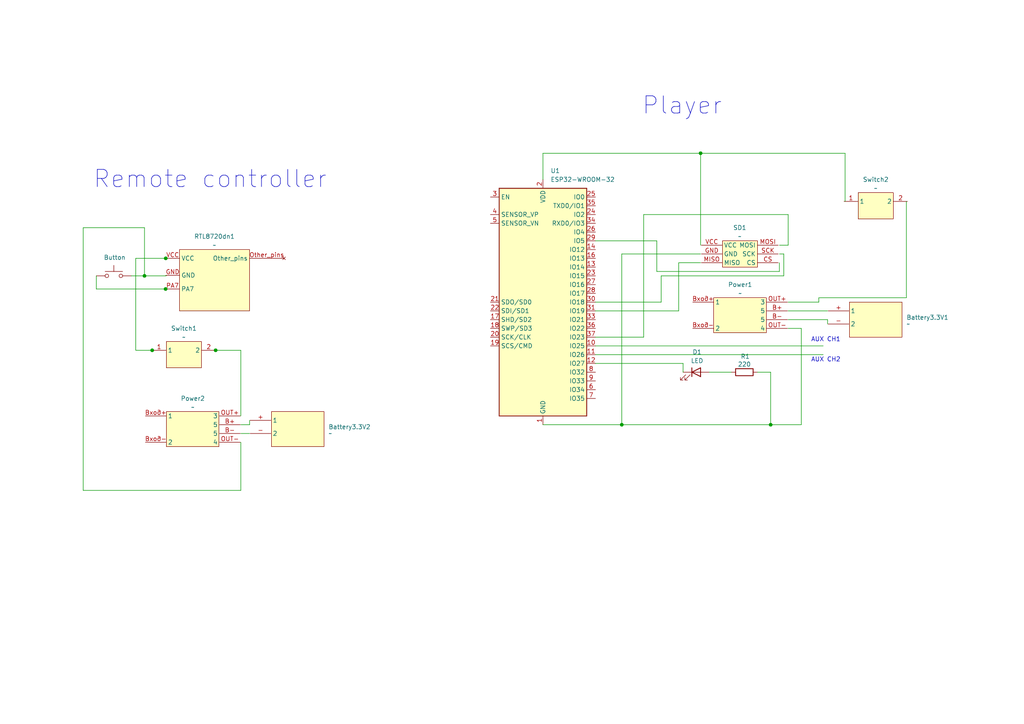
<source format=kicad_sch>
(kicad_sch (version 20231120) (generator "eeschema") (generator_version "8.0")
  (paper "A4")
  (lib_symbols
    (symbol "Device:LED" (pin_numbers hide) (pin_names (offset 1.016) hide)
      (property "Reference" "D" (at 0 2.54 0))
      (property "Value" "LED" (at 0 -2.54 0))
      (symbol "LED_0_1"
        (polyline (pts (xy -1.27 -1.27) (xy -1.27 1.27)) (stroke (width 0.254)))
        (polyline (pts (xy -1.27 0) (xy 1.27 0)))
        (polyline (pts (xy 1.27 -1.27) (xy 1.27 1.27) (xy -1.27 0) (xy 1.27 -1.27)) (stroke (width 0.254)))
        (polyline (pts (xy -3.048 -0.762) (xy -4.572 -2.286) (xy -3.81 -2.286) (xy -4.572 -2.286) (xy -4.572 -1.524)))
        (polyline (pts (xy -1.778 -0.762) (xy -3.302 -2.286) (xy -2.54 -2.286) (xy -3.302 -2.286) (xy -3.302 -1.524)))
      )
      (symbol "LED_1_1"
        (pin passive line (at -3.81 0 0) (length 2.54) (name "K") (number "1"))
        (pin passive line (at 3.81 0 180) (length 2.54) (name "A") (number "2"))
      )
    )
    (symbol "Device:R" (pin_numbers hide) (pin_names (offset 0))
      (property "Reference" "R" (at 2.032 0 90))
      (property "Value" "R" (at 0 0 90))
      (symbol "R_0_1"
        (rectangle (start -1.016 -2.54) (end 1.016 2.54) (stroke (width 0.254)))
      )
      (symbol "R_1_1"
        (pin passive line (at 0 3.81 270) (length 1.27) (name "~") (number "1"))
        (pin passive line (at 0 -3.81 90) (length 1.27) (name "~") (number "2"))
      )
    )
    (symbol "New_Library:Rtl"
      (property "Reference" "RTL8720dn" (at 0 0 0))
      (symbol "Rtl_1_1"
        (rectangle (start -10.16 -2.54) (end 10.16 -20.32) (fill (type color) (color 255 255 194 1)))
        (pin input line (at -14.16 -10 0) (length 4) (name "GND") (number "GND"))
        (pin no_connect line (at 20.16 -5.08 180) (length 10) (name "Other_pins") (number "Other_pins"))
        (pin input line (at -14.2 -13.97 0) (length 4) (name "PA7") (number "PA7"))
        (pin input line (at -14.16 -5.08 0) (length 4) (name "VCC") (number "VCC"))
      )
    )
    (symbol "New_Library:Switch"
      (property "Reference" "Switch" (at 0 0 0))
      (symbol "Switch_1_1"
        (rectangle (start -5.08 -2.54) (end 5.08 -10.16) (fill (type color) (color 255 255 194 1)))
        (pin input line (at -9.2 -5.08 0) (length 4) (name "1") (number "1"))
        (pin input line (at 9.2 -5.08 180) (length 4) (name "2") (number "2"))
      )
    )
    (symbol "New_Library:bat_ct"
      (property "Reference" "Battery3.3V" (at 0 0 0))
      (symbol "bat_ct_1_1"
        (rectangle (start -7.62 -2.54) (end 7.62 -12.7) (fill (type color) (color 255 255 194 1)))
        (pin input line (at -13.8 -5.08 0) (length 6) (name "1") (number "+"))
        (pin input line (at -13.8 -8.89 0) (length 6) (name "2") (number "-"))
      )
    )
    (symbol "New_Library:module_ct"
      (property "Reference" "Power" (at 0 0 0))
      (symbol "module_ct_1_1"
        (rectangle (start -7.62 -2.54) (end 7.62 -12.7) (fill (type color) (color 255 255 194 1)))
        (pin input line (at 13.8 -6.35 180) (length 6) (name "5") (number "B+"))
        (pin input line (at 13.8 -8.89 180) (length 6) (name "5") (number "B-"))
        (pin input line (at 13.8 -3.81 180) (length 6) (name "3") (number "OUT+"))
        (pin input line (at 13.8 -11.43 180) (length 6) (name "4") (number "OUT-"))
        (pin input line (at -13.7 -3.81 0) (length 6) (name "1") (number "Вход+"))
        (pin input line (at -13.7 -11.43 0) (length 6) (name "2") (number "Вход-"))
      )
    )
    (symbol "New_Library:sd_module"
      (property "Reference" "SD" (at 0.254 1.016 0))
      (symbol "sd_module_1_1"
        (rectangle (start -5.08 0) (end 5.08 -7.62) (fill (type color) (color 255 255 194 1)))
        (pin input line (at 11.08 -6.35 180) (length 6) (name "CS") (number "CS"))
        (pin input line (at -11.2 -3.81 0) (length 6) (name "GND") (number "GND"))
        (pin input line (at -11.2 -6.35 0) (length 6) (name "MISO") (number "MISO"))
        (pin input line (at 11.08 -1.27 180) (length 6) (name "MOSI") (number "MOSI"))
        (pin input line (at 11.08 -3.81 180) (length 6) (name "SCK") (number "SCK"))
        (pin input line (at -11.2 -1.27 0) (length 6) (name "VCC") (number "VCC"))
      )
    )
    (symbol "RF_Module:ESP32-WROOM-32"
      (property "Reference" "U" (at -12.7 34.29 0))
      (property "Value" "ESP32-WROOM-32" (at 1.27 34.29 0))
      (symbol "ESP32-WROOM-32_0_1"
        (rectangle (start -12.7 33.02) (end 12.7 -33.02) (stroke (width 0.254)) (fill (type background)))
      )
      (symbol "ESP32-WROOM-32_1_1"
        (pin power_in line (at 0 -35.56 90) (length 2.54) (name "GND") (number "1"))
        (pin bidirectional line (at 15.24 -12.7 180) (length 2.54) (name "IO25") (number "10"))
        (pin bidirectional line (at 15.24 -15.24 180) (length 2.54) (name "IO26") (number "11"))
        (pin bidirectional line (at 15.24 -17.78 180) (length 2.54) (name "IO27") (number "12"))
        (pin bidirectional line (at 15.24 10.16 180) (length 2.54) (name "IO14") (number "13"))
        (pin bidirectional line (at 15.24 15.24 180) (length 2.54) (name "IO12") (number "14"))
        (pin passive line (at 0 -35.56 90) (length 2.54) hide (name "GND") (number "15"))
        (pin bidirectional line (at 15.24 12.7 180) (length 2.54) (name "IO13") (number "16"))
        (pin bidirectional line (at -15.24 -5.08 0) (length 2.54) (name "SHD/SD2") (number "17"))
        (pin bidirectional line (at -15.24 -7.62 0) (length 2.54) (name "SWP/SD3") (number "18"))
        (pin bidirectional line (at -15.24 -12.7 0) (length 2.54) (name "SCS/CMD") (number "19"))
        (pin power_in line (at 0 35.56 270) (length 2.54) (name "VDD") (number "2"))
        (pin bidirectional line (at -15.24 -10.16 0) (length 2.54) (name "SCK/CLK") (number "20"))
        (pin bidirectional line (at -15.24 0 0) (length 2.54) (name "SDO/SD0") (number "21"))
        (pin bidirectional line (at -15.24 -2.54 0) (length 2.54) (name "SDI/SD1") (number "22"))
        (pin bidirectional line (at 15.24 7.62 180) (length 2.54) (name "IO15") (number "23"))
        (pin bidirectional line (at 15.24 25.4 180) (length 2.54) (name "IO2") (number "24"))
        (pin bidirectional line (at 15.24 30.48 180) (length 2.54) (name "IO0") (number "25"))
        (pin bidirectional line (at 15.24 20.32 180) (length 2.54) (name "IO4") (number "26"))
        (pin bidirectional line (at 15.24 5.08 180) (length 2.54) (name "IO16") (number "27"))
        (pin bidirectional line (at 15.24 2.54 180) (length 2.54) (name "IO17") (number "28"))
        (pin bidirectional line (at 15.24 17.78 180) (length 2.54) (name "IO5") (number "29"))
        (pin input line (at -15.24 30.48 0) (length 2.54) (name "EN") (number "3"))
        (pin bidirectional line (at 15.24 0 180) (length 2.54) (name "IO18") (number "30"))
        (pin bidirectional line (at 15.24 -2.54 180) (length 2.54) (name "IO19") (number "31"))
        (pin no_connect line (at -12.7 -27.94 0) (length 2.54) hide (name "NC") (number "32"))
        (pin bidirectional line (at 15.24 -5.08 180) (length 2.54) (name "IO21") (number "33"))
        (pin bidirectional line (at 15.24 22.86 180) (length 2.54) (name "RXD0/IO3") (number "34"))
        (pin bidirectional line (at 15.24 27.94 180) (length 2.54) (name "TXD0/IO1") (number "35"))
        (pin bidirectional line (at 15.24 -7.62 180) (length 2.54) (name "IO22") (number "36"))
        (pin bidirectional line (at 15.24 -10.16 180) (length 2.54) (name "IO23") (number "37"))
        (pin passive line (at 0 -35.56 90) (length 2.54) hide (name "GND") (number "38"))
        (pin passive line (at 0 -35.56 90) (length 2.54) hide (name "GND") (number "39"))
        (pin input line (at -15.24 25.4 0) (length 2.54) (name "SENSOR_VP") (number "4"))
        (pin input line (at -15.24 22.86 0) (length 2.54) (name "SENSOR_VN") (number "5"))
        (pin input line (at 15.24 -25.4 180) (length 2.54) (name "IO34") (number "6"))
        (pin input line (at 15.24 -27.94 180) (length 2.54) (name "IO35") (number "7"))
        (pin bidirectional line (at 15.24 -20.32 180) (length 2.54) (name "IO32") (number "8"))
        (pin bidirectional line (at 15.24 -22.86 180) (length 2.54) (name "IO33") (number "9"))
      )
    )
    (symbol "Switch:SW_Push" (pin_numbers hide) (pin_names (offset 1.016) hide)
      (property "Reference" "SW" (at 1.27 2.54 0))
      (property "Value" "SW_Push" (at 0 -1.524 0))
      (symbol "SW_Push_0_1"
        (circle (center -2.032 0) (radius 0.508))
        (polyline (pts (xy 0 1.27) (xy 0 3.048)))
        (polyline (pts (xy 2.54 1.27) (xy -2.54 1.27)))
        (circle (center 2.032 0) (radius 0.508))
        (pin passive line (at -5.08 0 0) (length 2.54) (name "1") (number "1"))
        (pin passive line (at 5.08 0 180) (length 2.54) (name "2") (number "2"))
      )
    )
  )
  (junction (at 48.07 74.93))
  (junction (at 223.52 123.19))
  (junction (at 62.54 101.6))
  (junction (at 180.34 123.19))
  (junction (at 203.2 44.45))
  (junction (at 44.14 101.6))
  (junction (at 48.03 83.82))
  (junction (at 41.91 80.01))
  (wire (pts (xy 69.85 123.19) (xy 72.39 123.19)))
  (wire (pts (xy 48.07 74.93) (xy 48.26 74.93)))
  (wire (pts (xy 180.34 73.66) (xy 180.34 123.19)))
  (wire (pts (xy 228.6 71.12) (xy 228.6 62.23)))
  (wire (pts (xy 226.06 78.74) (xy 190.5 78.74)))
  (wire (pts (xy 203.2 73.66) (xy 180.34 73.66)))
  (wire (pts (xy 27.94 83.82) (xy 48.03 83.82)))
  (wire (pts (xy 196.85 76.2) (xy 203.2 76.2)))
  (wire (pts (xy 24.13 142.24) (xy 24.13 66.04)))
  (wire (pts (xy 203.2 44.45) (xy 245.11 44.45)))
  (wire (pts (xy 27.94 80.01) (xy 27.94 83.82)))
  (wire (pts (xy 240.03 92.71) (xy 240.03 93.98)))
  (wire (pts (xy 227.33 73.66) (xy 227.33 80.01)))
  (wire (pts (xy 203.2 44.45) (xy 157.48 44.45)))
  (wire (pts (xy 203.2 44.45) (xy 203.2 71.12)))
  (wire (pts (xy 226.06 71.12) (xy 228.6 71.12)))
  (wire (pts (xy 190.5 78.74) (xy 190.5 69.85)))
  (wire (pts (xy 262.89 86.36) (xy 237.49 86.36)))
  (wire (pts (xy 198.12 107.95) (xy 198.12 105.41)))
  (wire (pts (xy 223.52 123.19) (xy 180.34 123.19)))
  (wire (pts (xy 223.52 107.95) (xy 223.52 123.19)))
  (wire (pts (xy 227.33 80.01) (xy 191.77 80.01)))
  (wire (pts (xy 196.85 90.17) (xy 172.72 90.17)))
  (wire (pts (xy 186.69 97.79) (xy 172.72 97.79)))
  (wire (pts (xy 219.71 107.95) (xy 223.52 107.95)))
  (wire (pts (xy 157.48 44.45) (xy 157.48 52.07)))
  (wire (pts (xy 191.77 80.01) (xy 191.77 87.63)))
  (wire (pts (xy 196.85 76.2) (xy 196.85 90.17)))
  (wire (pts (xy 228.6 95.25) (xy 232.41 95.25)))
  (wire (pts (xy 205.74 107.95) (xy 212.09 107.95)))
  (wire (pts (xy 69.85 120.65) (xy 69.85 101.6)))
  (wire (pts (xy 39.37 74.93) (xy 48.07 74.93)))
  (wire (pts (xy 62.54 101.6) (xy 69.85 101.6)))
  (wire (pts (xy 237.49 86.36) (xy 237.49 87.63)))
  (wire (pts (xy 228.6 90.17) (xy 240.03 90.17)))
  (wire (pts (xy 44.45 101.6) (xy 44.14 101.6)))
  (wire (pts (xy 62.23 101.6) (xy 62.54 101.6)))
  (wire (pts (xy 232.41 95.25) (xy 232.41 123.19)))
  (wire (pts (xy 69.85 128.27) (xy 69.85 142.24)))
  (wire (pts (xy 172.72 100.33) (xy 238.76 100.33)))
  (wire (pts (xy 186.69 62.23) (xy 186.69 97.79)))
  (wire (pts (xy 39.37 101.6) (xy 39.37 74.93)))
  (wire (pts (xy 180.34 123.19) (xy 157.48 123.19)))
  (wire (pts (xy 228.6 62.23) (xy 186.69 62.23)))
  (wire (pts (xy 262.89 58.42) (xy 262.89 86.36)))
  (wire (pts (xy 72.39 121.92) (xy 72.39 123.19)))
  (wire (pts (xy 44.14 101.6) (xy 39.37 101.6)))
  (wire (pts (xy 245.11 44.45) (xy 245.11 58.42)))
  (wire (pts (xy 172.72 105.41) (xy 198.12 105.41)))
  (wire (pts (xy 226.06 73.66) (xy 227.33 73.66)))
  (wire (pts (xy 226.06 76.2) (xy 226.06 78.74)))
  (wire (pts (xy 41.91 80.01) (xy 48.26 80.01)))
  (wire (pts (xy 228.6 87.63) (xy 237.49 87.63)))
  (wire (pts (xy 228.6 92.71) (xy 240.03 92.71)))
  (wire (pts (xy 172.72 69.85) (xy 190.5 69.85)))
  (wire (pts (xy 172.72 102.87) (xy 238.76 102.87)))
  (wire (pts (xy 191.77 87.63) (xy 172.72 87.63)))
  (wire (pts (xy 38.1 80.01) (xy 41.91 80.01)))
  (wire (pts (xy 232.41 123.19) (xy 223.52 123.19)))
  (wire (pts (xy 41.91 66.04) (xy 41.91 80.01)))
  (wire (pts (xy 24.13 66.04) (xy 41.91 66.04)))
  (wire (pts (xy 69.85 125.73) (xy 72.39 125.73)))
  (wire (pts (xy 48.03 83.82) (xy 48.26 83.82)))
  (wire (pts (xy 69.85 142.24) (xy 24.13 142.24)))
  (text "AUX CH2" (at 239.522 104.394 0) (effects (font (size 1.27 1.27))))
  (text "Player" (at 197.866 30.734 0) (effects (font (size 5 5))))
  (text "AUX CH1" (at 239.522 98.552 0) (effects (font (size 1.27 1.27))))
  (text "Remote controller" (at 60.96 52.07 0) (effects (font (size 5 5))))
  (symbol (lib_id "New_Library:module_ct") (at 55.88 116.84 0) (unit 1)
    (property "Reference" "Power2" (at 55.93 115.57 0))
    (property "Value" "~" (at 55.93 118.11 0))
  )
  (symbol (lib_id "New_Library:Switch") (at 254 53.34 0) (unit 1)
    (property "Reference" "Switch2" (at 254 52.07 0))
    (property "Value" "~" (at 254 54.61 0))
  )
  (symbol (lib_id "Device:LED") (at 201.93 107.95 0) (unit 1)
    (property "Reference" "D1" (at 202.184 102.108 0))
    (property "Value" "LED" (at 202.184 104.648 0))
    (property "Description" "Light emitting diode" (effects (hide yes)))
  )
  (symbol (lib_id "Switch:SW_Push") (at 33.02 80.01 0) (unit 1)
    (property "Reference" "Button" (at 33.274 74.676 0))
    (property "Value" "SW_Push" (effects (hide yes)))
    (property "Description" "Push button switch, generic, two pins" (effects (hide yes)))
  )
  (symbol (lib_id "New_Library:Rtl") (at 62.23 69.85 0) (unit 1)
    (property "Reference" "RTL8720dn1" (at 62.21 68.58 0))
    (property "Value" "~" (at 62.21 71.12 0))
  )
  (symbol (lib_id "New_Library:Switch") (at 53.34 96.52 0) (unit 1)
    (property "Reference" "Switch1" (at 53.34 95.25 0))
    (property "Value" "~" (at 53.34 97.79 0))
  )
  (symbol (lib_id "New_Library:bat_ct") (at 86.36 116.84 0) (unit 1)
    (property "Reference" "Battery3.3V2" (at 95.25 123.8249 0) (effects (justify left)))
    (property "Value" "~" (at 95.25 125.73 0) (effects (justify left)))
  )
  (symbol (lib_id "New_Library:sd_module") (at 214.63 69.85 0) (unit 1)
    (property "Reference" "SD1" (at 214.57 66.04 0))
    (property "Value" "~" (at 214.57 68.58 0))
  )
  (symbol (lib_id "New_Library:module_ct") (at 214.63 83.82 0) (unit 1)
    (property "Reference" "Power1" (at 214.68 82.55 0))
    (property "Value" "~" (at 214.68 85.09 0))
  )
  (symbol (lib_id "New_Library:bat_ct") (at 254 85.09 0) (unit 1)
    (property "Reference" "Battery3.3V1" (at 262.89 92.0749 0) (effects (justify left)))
    (property "Value" "~" (at 262.89 93.98 0) (effects (justify left)))
  )
  (symbol (lib_id "RF_Module:ESP32-WROOM-32") (at 157.48 87.63 0) (unit 1)
    (property "Reference" "U1" (at 159.6741 49.53 0) (effects (justify left)))
    (property "Value" "ESP32-WROOM-32" (at 159.6741 52.07 0) (effects (justify left)))
    (property "Footprint" "RF_Module:ESP32-WROOM-32" (effects (hide yes)))
    (property "Datasheet" "https://www.espressif.com/sites/default/files/documentation/esp32-wroom-32_datasheet_en.pdf" (effects (hide yes)))
    (property "Description" "RF Module, ESP32-D0WDQ6 SoC, Wi-Fi 802.11b/g/n, Bluetooth, BLE, 32-bit, 2.7-3.6V, onboard antenna, SMD" (effects (hide yes)))
  )
  (symbol (lib_id "Device:R") (at 215.9 107.95 270) (unit 1)
    (property "Reference" "R1" (at 216.154 103.378 90))
    (property "Value" "220" (at 215.9 105.664 90))
    (property "Description" "Resistor" (effects (hide yes)))
  )
)
</source>
